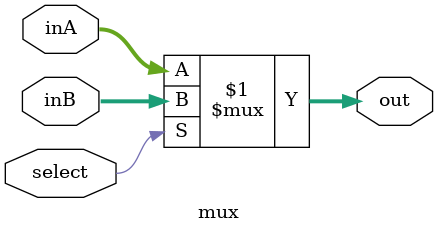
<source format=v>

`ifndef MUX_V
`define MUX_V

module mux #(parameter N=32) (inA, inB, out, select);

  // input wires
  input wire [N-1: 0] inA;
  input wire [N-1: 0] inB;
  input wire select;

  // output wire
  output wire [N-1: 0] out;

  // output selection using unary operator
  assign out = select? inB : inA;

endmodule

`endif

</source>
